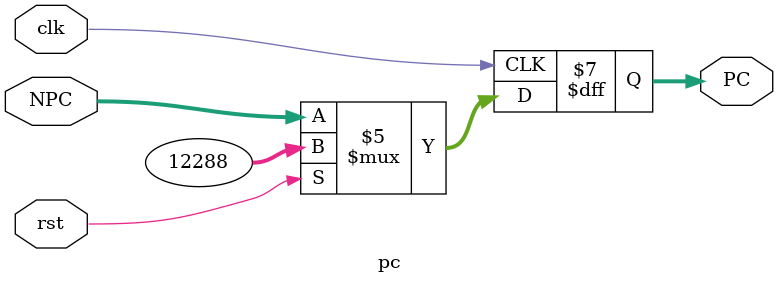
<source format=v>
module pc(NPC,PC,rst,clk);
	input     [31:0] NPC;
	input            clk;
	input            rst;
	output reg[31:0] PC;
	initial 
	begin
		PC <= 32'h00003000;
	end
	
	always @(posedge clk)
		if(rst == 1)
			PC <= 32'h00003000;
		else
			PC <= NPC;
endmodule
	
</source>
